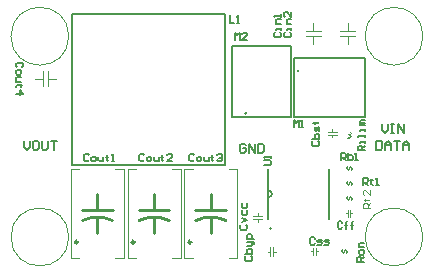
<source format=gto>
G04*
G04 #@! TF.GenerationSoftware,Altium Limited,Altium Designer,20.1.8 (145)*
G04*
G04 Layer_Color=16777215*
%FSAX44Y44*%
%MOMM*%
G71*
G04*
G04 #@! TF.SameCoordinates,DAE18ED5-9265-4BEA-8E83-C5C8D91DC67F*
G04*
G04*
G04 #@! TF.FilePolarity,Positive*
G04*
G01*
G75*
%ADD10C,0.1524*%
%ADD11C,0.2500*%
%ADD12C,0.2540*%
%ADD13C,0.1016*%
%ADD14C,0.1270*%
D10*
X00200014Y00129739D02*
G03*
X00200014Y00129739I-00000762J00000000D01*
G01*
X00244264Y00165512D02*
G03*
X00244264Y00165512I-00000762J00000000D01*
G01*
X00218486Y00058306D02*
G03*
X00218486Y00064402I00000000J00003048D01*
G01*
X00221025Y00032104D02*
G03*
X00221025Y00032104I-00000762J00000000D01*
G01*
X00052502Y00086000D02*
X00181502D01*
Y00214000D01*
X00052502D02*
X00181502D01*
X00052502Y00086000D02*
Y00214000D01*
X00188013Y00126525D02*
Y00186525D01*
X00238013D01*
Y00126525D02*
Y00186525D01*
X00188013Y00126525D02*
X00238013D01*
X00240288Y00126750D02*
Y00176750D01*
Y00126750D02*
X00300288D01*
Y00176750D01*
X00240288D02*
X00300288D01*
X00218486Y00040014D02*
Y00082694D01*
X00269540Y00040014D02*
Y00082694D01*
X00199214Y00102534D02*
X00197944Y00103804D01*
X00195405D01*
X00194135Y00102534D01*
Y00097456D01*
X00195405Y00096186D01*
X00197944D01*
X00199214Y00097456D01*
Y00099995D01*
X00196674D01*
X00201753Y00096186D02*
Y00103804D01*
X00206831Y00096186D01*
Y00103804D01*
X00209370D02*
Y00096186D01*
X00213179D01*
X00214449Y00097456D01*
Y00102534D01*
X00213179Y00103804D01*
X00209370D01*
X00011493Y00106572D02*
Y00101493D01*
X00014032Y00098954D01*
X00016571Y00101493D01*
Y00106572D01*
X00022919D02*
X00020380D01*
X00019110Y00105302D01*
Y00100224D01*
X00020380Y00098954D01*
X00022919D01*
X00024188Y00100224D01*
Y00105302D01*
X00022919Y00106572D01*
X00026728D02*
Y00100224D01*
X00027997Y00098954D01*
X00030536D01*
X00031806Y00100224D01*
Y00106572D01*
X00034345D02*
X00039423D01*
X00036884D01*
Y00098954D01*
X00314573Y00120920D02*
Y00115842D01*
X00317112Y00113303D01*
X00319652Y00115842D01*
Y00120920D01*
X00322191D02*
X00324730D01*
X00323460D01*
Y00113303D01*
X00322191D01*
X00324730D01*
X00328539D02*
Y00120920D01*
X00333617Y00113303D01*
Y00120920D01*
X00309852Y00106572D02*
Y00098954D01*
X00313661D01*
X00314930Y00100224D01*
Y00105302D01*
X00313661Y00106572D01*
X00309852D01*
X00317469Y00098954D02*
Y00104032D01*
X00320009Y00106572D01*
X00322548Y00104032D01*
Y00098954D01*
Y00102763D01*
X00317469D01*
X00325087Y00106572D02*
X00330165D01*
X00327626D01*
Y00098954D01*
X00332704D02*
Y00104032D01*
X00335244Y00106572D01*
X00337783Y00104032D01*
Y00098954D01*
Y00102763D01*
X00332704D01*
D11*
X00057220Y00020619D02*
G03*
X00057220Y00020619I-00001250J00000000D01*
G01*
X00105223D02*
G03*
X00105223Y00020619I-00001250J00000000D01*
G01*
X00153225D02*
G03*
X00153225Y00020619I-00001250J00000000D01*
G01*
D12*
X00086429Y00038938D02*
G03*
X00061072Y00038938I-00012679J-00027189D01*
G01*
X00134431D02*
G03*
X00109074Y00038938I-00012679J-00027189D01*
G01*
X00182434D02*
G03*
X00157077Y00038938I-00012679J-00027189D01*
G01*
X00073750Y00047999D02*
Y00060999D01*
Y00028249D02*
Y00041749D01*
X00060750Y00047999D02*
X00086750D01*
X00108753D02*
X00134753D01*
X00121753Y00028249D02*
Y00041749D01*
Y00047999D02*
Y00060999D01*
X00169755Y00047999D02*
Y00060999D01*
Y00028249D02*
Y00041749D01*
X00156755Y00047999D02*
X00182755D01*
D13*
X00349332Y00025000D02*
G03*
X00349332Y00025000I-00024492J00000000D01*
G01*
Y00195000D02*
G03*
X00349332Y00195000I-00024492J00000000D01*
G01*
X00049492Y00025000D02*
G03*
X00049492Y00025000I-00024492J00000000D01*
G01*
Y00195000D02*
G03*
X00049492Y00195000I-00024492J00000000D01*
G01*
X00284000Y00083111D02*
X00284724Y00084761D01*
X00285379Y00083082D01*
X00286035Y00081402D01*
X00286759Y00083053D01*
X00287483Y00084704D01*
X00288138Y00083025D01*
X00288794Y00081345D01*
X00289518Y00082996D01*
X00283982Y00070645D02*
X00284706Y00072296D01*
X00285361Y00070616D01*
X00286017Y00068937D01*
X00286741Y00070587D01*
X00287465Y00072238D01*
X00288120Y00070559D01*
X00288776Y00068879D01*
X00289500Y00070530D01*
X00288000Y00044934D02*
X00289500D01*
X00284000D02*
X00285500D01*
X00285500Y00041934D02*
Y00047934D01*
X00288000Y00041934D02*
Y00047934D01*
X00279747Y00013114D02*
X00280471Y00014765D01*
X00281126Y00013085D01*
X00281782Y00011406D01*
X00282506Y00013057D01*
X00283230Y00014708D01*
X00283885Y00013028D01*
X00284540Y00011349D01*
X00285265Y00012999D01*
X00256263Y00009999D02*
Y00015999D01*
X00258763Y00009999D02*
Y00015999D01*
X00258763Y00012999D02*
X00260263D01*
X00254763D02*
X00256263D01*
X00027742Y00152500D02*
Y00165500D01*
X00032242Y00159000D02*
X00038742D01*
X00021242D02*
X00027742D01*
X00032242Y00152500D02*
Y00165500D01*
X00051250Y00007249D02*
Y00082249D01*
X00096250Y00007249D02*
Y00082249D01*
X00051250Y00007249D02*
X00058492D01*
X00051250Y00082249D02*
X00058492D01*
X00089008Y00007249D02*
X00096250D01*
X00089008Y00082249D02*
X00096250D01*
X00137011D02*
X00144253D01*
X00137011Y00007249D02*
X00144253D01*
X00099253Y00082249D02*
X00106495D01*
X00099253Y00007249D02*
X00106495D01*
X00144253D02*
Y00082249D01*
X00099253Y00007249D02*
Y00082249D01*
X00147255Y00007249D02*
Y00082249D01*
X00192255Y00007249D02*
Y00082249D01*
X00147255Y00007249D02*
X00154497D01*
X00147255Y00082249D02*
X00154497D01*
X00185013Y00007249D02*
X00192255D01*
X00185013Y00082249D02*
X00192255D01*
X00209271Y00037906D02*
Y00039906D01*
Y00042906D02*
Y00044906D01*
X00205521Y00042906D02*
X00213021D01*
X00205521Y00039906D02*
X00213021D01*
X00219799Y00008599D02*
Y00016099D01*
X00222799Y00008599D02*
Y00016099D01*
Y00012349D02*
X00224799D01*
X00217799D02*
X00219799D01*
X00283982Y00057836D02*
X00284706Y00059487D01*
X00285361Y00057808D01*
X00286017Y00056128D01*
X00286741Y00057779D01*
X00287465Y00059430D01*
X00288120Y00057750D01*
X00288776Y00056071D01*
X00289500Y00057722D01*
X00287199Y00113973D02*
X00288850Y00113249D01*
X00287170Y00112593D02*
X00288850Y00113249D01*
X00285491Y00111938D02*
X00287170Y00112593D01*
X00285491Y00111938D02*
X00287142Y00111214D01*
X00288792Y00110490D01*
X00287113Y00109834D02*
X00288792Y00110490D01*
X00285433Y00109179D02*
X00287113Y00109834D01*
X00285433Y00109179D02*
X00287084Y00108455D01*
X00272739Y00109253D02*
Y00111253D01*
Y00114253D02*
Y00116253D01*
X00268989Y00114253D02*
X00276489D01*
X00268989Y00111253D02*
X00276489D01*
X00285567Y00199253D02*
Y00205753D01*
Y00188253D02*
Y00194753D01*
X00279067D02*
X00292066D01*
X00279067Y00199253D02*
X00292066D01*
X00256564D02*
Y00205753D01*
Y00188253D02*
Y00194753D01*
X00250064D02*
X00263064D01*
X00250064Y00199253D02*
X00263064D01*
X00304676Y00049359D02*
X00298582D01*
Y00052406D01*
X00299597Y00053422D01*
X00301629D01*
X00302644Y00052406D01*
Y00049359D01*
Y00051391D02*
X00304676Y00053422D01*
X00299597Y00056469D02*
X00300613D01*
Y00055453D01*
Y00057485D01*
Y00056469D01*
X00303660D01*
X00304676Y00057485D01*
Y00064594D02*
Y00060532D01*
X00300613Y00064594D01*
X00299597D01*
X00298582Y00063579D01*
Y00061547D01*
X00299597Y00060532D01*
D14*
X00299344Y00003904D02*
X00293250D01*
Y00006951D01*
X00294265Y00007967D01*
X00296297D01*
X00297313Y00006951D01*
Y00003904D01*
Y00005936D02*
X00299344Y00007967D01*
Y00011014D02*
Y00013045D01*
X00298328Y00014061D01*
X00296297D01*
X00295281Y00013045D01*
Y00011014D01*
X00296297Y00009998D01*
X00298328D01*
X00299344Y00011014D01*
Y00016092D02*
X00295281D01*
Y00019139D01*
X00296297Y00020155D01*
X00299344D01*
X00214634Y00085687D02*
X00219713D01*
X00220728Y00086702D01*
Y00088734D01*
X00219713Y00089749D01*
X00214634D01*
X00220728Y00091781D02*
Y00093812D01*
Y00092796D01*
X00214634D01*
X00215650Y00091781D01*
X00300126Y00098298D02*
X00294032D01*
Y00101345D01*
X00295048Y00102360D01*
X00297079D01*
X00298095Y00101345D01*
Y00098298D01*
Y00100329D02*
X00300126Y00102360D01*
Y00104392D02*
Y00106423D01*
Y00105407D01*
X00296063D01*
Y00104392D01*
X00300126Y00109470D02*
Y00111501D01*
Y00110486D01*
X00294032D01*
Y00109470D01*
X00300126Y00114548D02*
Y00116580D01*
Y00115564D01*
X00296063D01*
Y00114548D01*
X00300126Y00119627D02*
X00296063D01*
Y00120642D01*
X00297079Y00121658D01*
X00300126D01*
X00297079D01*
X00296063Y00122674D01*
X00297079Y00123689D01*
X00300126D01*
X00298646Y00069047D02*
Y00075141D01*
X00301693D01*
X00302708Y00074126D01*
Y00072094D01*
X00301693Y00071079D01*
X00298646D01*
X00300677D02*
X00302708Y00069047D01*
X00305756Y00074126D02*
Y00073110D01*
X00304740D01*
X00306771D01*
X00305756D01*
Y00070063D01*
X00306771Y00069047D01*
X00309818D02*
X00311849D01*
X00310834D01*
Y00075141D01*
X00309818Y00074126D01*
X00279841Y00089922D02*
Y00096016D01*
X00282888D01*
X00283904Y00095000D01*
Y00092969D01*
X00282888Y00091953D01*
X00279841D01*
X00281872D02*
X00283904Y00089922D01*
X00285935Y00096016D02*
Y00089922D01*
X00288982D01*
X00289998Y00090938D01*
Y00091953D01*
Y00092969D01*
X00288982Y00093985D01*
X00285935D01*
X00292029Y00089922D02*
X00294060D01*
X00293045D01*
Y00096016D01*
X00292029Y00095000D01*
X00185604Y00212570D02*
Y00206476D01*
X00189667D01*
X00191698D02*
X00193729D01*
X00192714D01*
Y00212570D01*
X00191698Y00211555D01*
X00195196Y00035343D02*
X00194180Y00034328D01*
Y00032296D01*
X00195196Y00031281D01*
X00199258D01*
X00200274Y00032296D01*
Y00034328D01*
X00199258Y00035343D01*
X00196211Y00037375D02*
X00200274Y00039406D01*
X00196211Y00041437D01*
Y00047531D02*
Y00044484D01*
X00197227Y00043469D01*
X00199258D01*
X00200274Y00044484D01*
Y00047531D01*
X00196211Y00053625D02*
Y00050578D01*
X00197227Y00049563D01*
X00199258D01*
X00200274Y00050578D01*
Y00053625D01*
X00257839Y00023678D02*
X00256824Y00024694D01*
X00254792D01*
X00253777Y00023678D01*
Y00019616D01*
X00254792Y00018600D01*
X00256824D01*
X00257839Y00019616D01*
X00259871Y00018600D02*
X00262918D01*
X00263933Y00019616D01*
X00262918Y00020631D01*
X00260886D01*
X00259871Y00021647D01*
X00260886Y00022663D01*
X00263933D01*
X00265965Y00018600D02*
X00269012D01*
X00270027Y00019616D01*
X00269012Y00020631D01*
X00266980D01*
X00265965Y00021647D01*
X00266980Y00022663D01*
X00270027D01*
X00155642Y00094041D02*
X00154626Y00095057D01*
X00152595D01*
X00151579Y00094041D01*
Y00089978D01*
X00152595Y00088963D01*
X00154626D01*
X00155642Y00089978D01*
X00158689Y00088963D02*
X00160720D01*
X00161736Y00089978D01*
Y00092010D01*
X00160720Y00093025D01*
X00158689D01*
X00157673Y00092010D01*
Y00089978D01*
X00158689Y00088963D01*
X00163767Y00093025D02*
Y00089978D01*
X00164783Y00088963D01*
X00167830D01*
Y00093025D01*
X00170877Y00094041D02*
Y00093025D01*
X00169861D01*
X00171893D01*
X00170877D01*
Y00089978D01*
X00171893Y00088963D01*
X00174940Y00094041D02*
X00175955Y00095057D01*
X00177987D01*
X00179002Y00094041D01*
Y00093025D01*
X00177987Y00092010D01*
X00176971D01*
X00177987D01*
X00179002Y00090994D01*
Y00089978D01*
X00177987Y00088963D01*
X00175955D01*
X00174940Y00089978D01*
X00113351Y00094031D02*
X00112336Y00095047D01*
X00110304D01*
X00109289Y00094031D01*
Y00089969D01*
X00110304Y00088953D01*
X00112336D01*
X00113351Y00089969D01*
X00116398Y00088953D02*
X00118429D01*
X00119445Y00089969D01*
Y00092000D01*
X00118429Y00093016D01*
X00116398D01*
X00115382Y00092000D01*
Y00089969D01*
X00116398Y00088953D01*
X00121476Y00093016D02*
Y00089969D01*
X00122492Y00088953D01*
X00125539D01*
Y00093016D01*
X00128586Y00094031D02*
Y00093016D01*
X00127570D01*
X00129602D01*
X00128586D01*
Y00089969D01*
X00129602Y00088953D01*
X00136712D02*
X00132649D01*
X00136712Y00093016D01*
Y00094031D01*
X00135696Y00095047D01*
X00133665D01*
X00132649Y00094031D01*
X00066367D02*
X00065351Y00095047D01*
X00063320D01*
X00062304Y00094031D01*
Y00089969D01*
X00063320Y00088953D01*
X00065351D01*
X00066367Y00089969D01*
X00069414Y00088953D02*
X00071445D01*
X00072461Y00089969D01*
Y00092000D01*
X00071445Y00093016D01*
X00069414D01*
X00068398Y00092000D01*
Y00089969D01*
X00069414Y00088953D01*
X00074492Y00093016D02*
Y00089969D01*
X00075508Y00088953D01*
X00078555D01*
Y00093016D01*
X00081602Y00094031D02*
Y00093016D01*
X00080586D01*
X00082618D01*
X00081602D01*
Y00089969D01*
X00082618Y00088953D01*
X00085665D02*
X00087696D01*
X00086680D01*
Y00095047D01*
X00085665Y00094031D01*
X00224075Y00198213D02*
X00223060Y00197197D01*
Y00195166D01*
X00224075Y00194150D01*
X00228138D01*
X00229153Y00195166D01*
Y00197197D01*
X00228138Y00198213D01*
X00229153Y00200244D02*
Y00202276D01*
Y00201260D01*
X00225091D01*
Y00200244D01*
X00229153Y00205322D02*
X00225091D01*
Y00208370D01*
X00226106Y00209385D01*
X00229153D01*
Y00211416D02*
Y00213448D01*
Y00212432D01*
X00223060D01*
X00224075Y00211416D01*
X00281126Y00037239D02*
X00280110Y00038255D01*
X00278079D01*
X00277063Y00037239D01*
Y00033176D01*
X00278079Y00032161D01*
X00280110D01*
X00281126Y00033176D01*
X00284173Y00032161D02*
Y00037239D01*
Y00035208D01*
X00283157D01*
X00285188D01*
X00284173D01*
Y00037239D01*
X00285188Y00038255D01*
X00289251Y00032161D02*
Y00037239D01*
Y00035208D01*
X00288235D01*
X00290267D01*
X00289251D01*
Y00037239D01*
X00290267Y00038255D01*
X00199391Y00008892D02*
X00198375Y00007877D01*
Y00005845D01*
X00199391Y00004830D01*
X00203454D01*
X00204469Y00005845D01*
Y00007877D01*
X00203454Y00008892D01*
X00198375Y00010924D02*
X00204469D01*
Y00013971D01*
X00203454Y00014986D01*
X00202438D01*
X00201422D01*
X00200407Y00013971D01*
Y00010924D01*
Y00017018D02*
X00203454D01*
X00204469Y00018033D01*
Y00021080D01*
X00205485D01*
X00206501Y00020065D01*
Y00019049D01*
X00204469Y00021080D02*
X00200407D01*
X00206501Y00023112D02*
X00200407D01*
Y00026159D01*
X00201422Y00027174D01*
X00203454D01*
X00204469Y00026159D01*
Y00023112D01*
X00256666Y00106315D02*
X00255650Y00105299D01*
Y00103268D01*
X00256666Y00102252D01*
X00260729D01*
X00261744Y00103268D01*
Y00105299D01*
X00260729Y00106315D01*
X00255650Y00108346D02*
X00261744D01*
Y00111393D01*
X00260729Y00112409D01*
X00259713D01*
X00258697D01*
X00257682Y00111393D01*
Y00108346D01*
X00261744Y00114440D02*
Y00117487D01*
X00260729Y00118503D01*
X00259713Y00117487D01*
Y00115456D01*
X00258697Y00114440D01*
X00257682Y00115456D01*
Y00118503D01*
X00256666Y00121550D02*
X00257682D01*
Y00120534D01*
Y00122565D01*
Y00121550D01*
X00260729D01*
X00261744Y00122565D01*
X00239951Y00117698D02*
Y00123792D01*
X00241982Y00121761D01*
X00244013Y00123792D01*
Y00117698D01*
X00246045D02*
X00248076D01*
X00247060D01*
Y00123792D01*
X00246045Y00122776D01*
X00190143Y00192007D02*
Y00198101D01*
X00192175Y00196069D01*
X00194206Y00198101D01*
Y00192007D01*
X00200300D02*
X00196237D01*
X00200300Y00196069D01*
Y00197085D01*
X00199284Y00198101D01*
X00197253D01*
X00196237Y00197085D01*
X00232969Y00198148D02*
X00231953Y00197132D01*
Y00195101D01*
X00232969Y00194086D01*
X00237031D01*
X00238047Y00195101D01*
Y00197132D01*
X00237031Y00198148D01*
X00238047Y00200180D02*
Y00202211D01*
Y00201195D01*
X00233984D01*
Y00200180D01*
X00238047Y00205258D02*
X00233984D01*
Y00208305D01*
X00235000Y00209321D01*
X00238047D01*
Y00215415D02*
Y00211352D01*
X00233984Y00215415D01*
X00232969D01*
X00231953Y00214399D01*
Y00212367D01*
X00232969Y00211352D01*
X00009952Y00168520D02*
X00010968Y00169536D01*
Y00171567D01*
X00009952Y00172583D01*
X00005889D01*
X00004873Y00171567D01*
Y00169536D01*
X00005889Y00168520D01*
X00004873Y00165473D02*
Y00163442D01*
X00005889Y00162426D01*
X00007921D01*
X00008936Y00163442D01*
Y00165473D01*
X00007921Y00166489D01*
X00005889D01*
X00004873Y00165473D01*
X00008936Y00160395D02*
X00005889D01*
X00004873Y00159379D01*
Y00156332D01*
X00008936D01*
X00009952Y00153285D02*
X00008936D01*
Y00154301D01*
Y00152269D01*
Y00153285D01*
X00005889D01*
X00004873Y00152269D01*
Y00146175D02*
X00010968D01*
X00007921Y00149222D01*
Y00145160D01*
M02*

</source>
